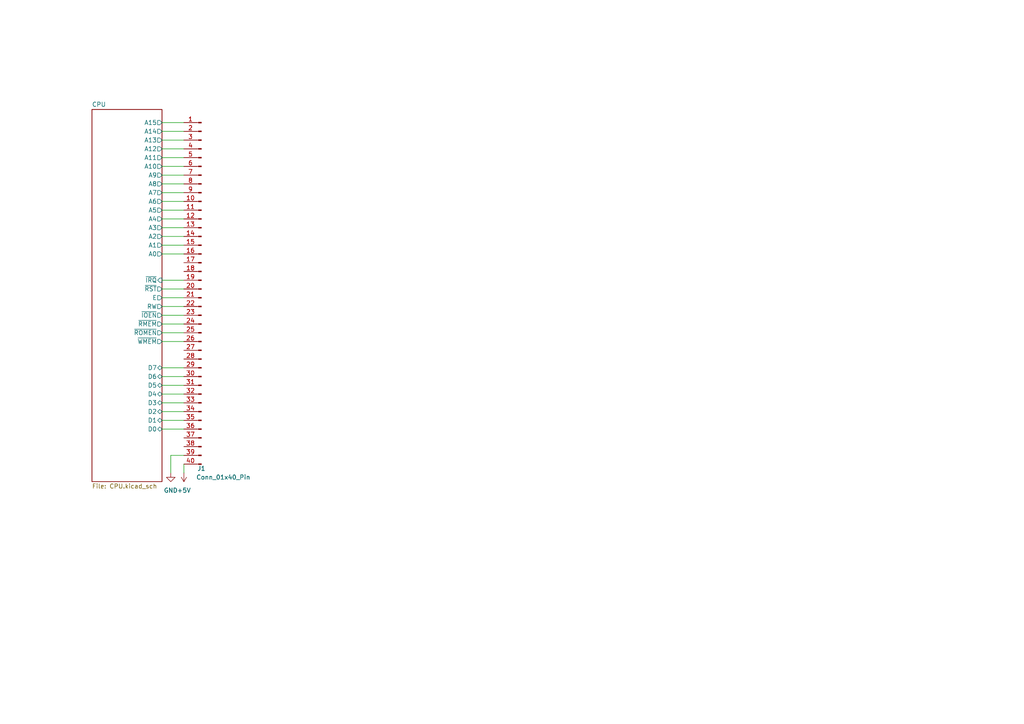
<source format=kicad_sch>
(kicad_sch (version 20230121) (generator eeschema)
  (paper "A4")
  (lib_symbols
    (symbol "Connector:Conn_01x40_Pin" (pin_names (offset 1.016) hide)
      (property "Reference" "J" (at 0 50.8 0))
      (property "Value" "Conn_01x40_Pin" (at 0 -53.34 0))
      (symbol "Conn_01x40_Pin_1_1"
        (polyline (pts (xy 1.27 -50.8) (xy 0.8636 -50.8)) (stroke (width 0.1524)))
        (polyline (pts (xy 1.27 -48.26) (xy 0.8636 -48.26)) (stroke (width 0.1524)))
        (polyline (pts (xy 1.27 -45.72) (xy 0.8636 -45.72)) (stroke (width 0.1524)))
        (polyline (pts (xy 1.27 -43.18) (xy 0.8636 -43.18)) (stroke (width 0.1524)))
        (polyline (pts (xy 1.27 -40.64) (xy 0.8636 -40.64)) (stroke (width 0.1524)))
        (polyline (pts (xy 1.27 -38.1) (xy 0.8636 -38.1)) (stroke (width 0.1524)))
        (polyline (pts (xy 1.27 -35.56) (xy 0.8636 -35.56)) (stroke (width 0.1524)))
        (polyline (pts (xy 1.27 -33.02) (xy 0.8636 -33.02)) (stroke (width 0.1524)))
        (polyline (pts (xy 1.27 -30.48) (xy 0.8636 -30.48)) (stroke (width 0.1524)))
        (polyline (pts (xy 1.27 -27.94) (xy 0.8636 -27.94)) (stroke (width 0.1524)))
        (polyline (pts (xy 1.27 -25.4) (xy 0.8636 -25.4)) (stroke (width 0.1524)))
        (polyline (pts (xy 1.27 -22.86) (xy 0.8636 -22.86)) (stroke (width 0.1524)))
        (polyline (pts (xy 1.27 -20.32) (xy 0.8636 -20.32)) (stroke (width 0.1524)))
        (polyline (pts (xy 1.27 -17.78) (xy 0.8636 -17.78)) (stroke (width 0.1524)))
        (polyline (pts (xy 1.27 -15.24) (xy 0.8636 -15.24)) (stroke (width 0.1524)))
        (polyline (pts (xy 1.27 -12.7) (xy 0.8636 -12.7)) (stroke (width 0.1524)))
        (polyline (pts (xy 1.27 -10.16) (xy 0.8636 -10.16)) (stroke (width 0.1524)))
        (polyline (pts (xy 1.27 -7.62) (xy 0.8636 -7.62)) (stroke (width 0.1524)))
        (polyline (pts (xy 1.27 -5.08) (xy 0.8636 -5.08)) (stroke (width 0.1524)))
        (polyline (pts (xy 1.27 -2.54) (xy 0.8636 -2.54)) (stroke (width 0.1524)))
        (polyline (pts (xy 1.27 0) (xy 0.8636 0)) (stroke (width 0.1524)))
        (polyline (pts (xy 1.27 2.54) (xy 0.8636 2.54)) (stroke (width 0.1524)))
        (polyline (pts (xy 1.27 5.08) (xy 0.8636 5.08)) (stroke (width 0.1524)))
        (polyline (pts (xy 1.27 7.62) (xy 0.8636 7.62)) (stroke (width 0.1524)))
        (polyline (pts (xy 1.27 10.16) (xy 0.8636 10.16)) (stroke (width 0.1524)))
        (polyline (pts (xy 1.27 12.7) (xy 0.8636 12.7)) (stroke (width 0.1524)))
        (polyline (pts (xy 1.27 15.24) (xy 0.8636 15.24)) (stroke (width 0.1524)))
        (polyline (pts (xy 1.27 17.78) (xy 0.8636 17.78)) (stroke (width 0.1524)))
        (polyline (pts (xy 1.27 20.32) (xy 0.8636 20.32)) (stroke (width 0.1524)))
        (polyline (pts (xy 1.27 22.86) (xy 0.8636 22.86)) (stroke (width 0.1524)))
        (polyline (pts (xy 1.27 25.4) (xy 0.8636 25.4)) (stroke (width 0.1524)))
        (polyline (pts (xy 1.27 27.94) (xy 0.8636 27.94)) (stroke (width 0.1524)))
        (polyline (pts (xy 1.27 30.48) (xy 0.8636 30.48)) (stroke (width 0.1524)))
        (polyline (pts (xy 1.27 33.02) (xy 0.8636 33.02)) (stroke (width 0.1524)))
        (polyline (pts (xy 1.27 35.56) (xy 0.8636 35.56)) (stroke (width 0.1524)))
        (polyline (pts (xy 1.27 38.1) (xy 0.8636 38.1)) (stroke (width 0.1524)))
        (polyline (pts (xy 1.27 40.64) (xy 0.8636 40.64)) (stroke (width 0.1524)))
        (polyline (pts (xy 1.27 43.18) (xy 0.8636 43.18)) (stroke (width 0.1524)))
        (polyline (pts (xy 1.27 45.72) (xy 0.8636 45.72)) (stroke (width 0.1524)))
        (polyline (pts (xy 1.27 48.26) (xy 0.8636 48.26)) (stroke (width 0.1524)))
        (rectangle (start 0.8636 -50.673) (end 0 -50.927) (stroke (width 0.1524)) (fill (type outline)))
        (rectangle (start 0.8636 -48.133) (end 0 -48.387) (stroke (width 0.1524)) (fill (type outline)))
        (rectangle (start 0.8636 -45.593) (end 0 -45.847) (stroke (width 0.1524)) (fill (type outline)))
        (rectangle (start 0.8636 -43.053) (end 0 -43.307) (stroke (width 0.1524)) (fill (type outline)))
        (rectangle (start 0.8636 -40.513) (end 0 -40.767) (stroke (width 0.1524)) (fill (type outline)))
        (rectangle (start 0.8636 -37.973) (end 0 -38.227) (stroke (width 0.1524)) (fill (type outline)))
        (rectangle (start 0.8636 -35.433) (end 0 -35.687) (stroke (width 0.1524)) (fill (type outline)))
        (rectangle (start 0.8636 -32.893) (end 0 -33.147) (stroke (width 0.1524)) (fill (type outline)))
        (rectangle (start 0.8636 -30.353) (end 0 -30.607) (stroke (width 0.1524)) (fill (type outline)))
        (rectangle (start 0.8636 -27.813) (end 0 -28.067) (stroke (width 0.1524)) (fill (type outline)))
        (rectangle (start 0.8636 -25.273) (end 0 -25.527) (stroke (width 0.1524)) (fill (type outline)))
        (rectangle (start 0.8636 -22.733) (end 0 -22.987) (stroke (width 0.1524)) (fill (type outline)))
        (rectangle (start 0.8636 -20.193) (end 0 -20.447) (stroke (width 0.1524)) (fill (type outline)))
        (rectangle (start 0.8636 -17.653) (end 0 -17.907) (stroke (width 0.1524)) (fill (type outline)))
        (rectangle (start 0.8636 -15.113) (end 0 -15.367) (stroke (width 0.1524)) (fill (type outline)))
        (rectangle (start 0.8636 -12.573) (end 0 -12.827) (stroke (width 0.1524)) (fill (type outline)))
        (rectangle (start 0.8636 -10.033) (end 0 -10.287) (stroke (width 0.1524)) (fill (type outline)))
        (rectangle (start 0.8636 -7.493) (end 0 -7.747) (stroke (width 0.1524)) (fill (type outline)))
        (rectangle (start 0.8636 -4.953) (end 0 -5.207) (stroke (width 0.1524)) (fill (type outline)))
        (rectangle (start 0.8636 -2.413) (end 0 -2.667) (stroke (width 0.1524)) (fill (type outline)))
        (rectangle (start 0.8636 0.127) (end 0 -0.127) (stroke (width 0.1524)) (fill (type outline)))
        (rectangle (start 0.8636 2.667) (end 0 2.413) (stroke (width 0.1524)) (fill (type outline)))
        (rectangle (start 0.8636 5.207) (end 0 4.953) (stroke (width 0.1524)) (fill (type outline)))
        (rectangle (start 0.8636 7.747) (end 0 7.493) (stroke (width 0.1524)) (fill (type outline)))
        (rectangle (start 0.8636 10.287) (end 0 10.033) (stroke (width 0.1524)) (fill (type outline)))
        (rectangle (start 0.8636 12.827) (end 0 12.573) (stroke (width 0.1524)) (fill (type outline)))
        (rectangle (start 0.8636 15.367) (end 0 15.113) (stroke (width 0.1524)) (fill (type outline)))
        (rectangle (start 0.8636 17.907) (end 0 17.653) (stroke (width 0.1524)) (fill (type outline)))
        (rectangle (start 0.8636 20.447) (end 0 20.193) (stroke (width 0.1524)) (fill (type outline)))
        (rectangle (start 0.8636 22.987) (end 0 22.733) (stroke (width 0.1524)) (fill (type outline)))
        (rectangle (start 0.8636 25.527) (end 0 25.273) (stroke (width 0.1524)) (fill (type outline)))
        (rectangle (start 0.8636 28.067) (end 0 27.813) (stroke (width 0.1524)) (fill (type outline)))
        (rectangle (start 0.8636 30.607) (end 0 30.353) (stroke (width 0.1524)) (fill (type outline)))
        (rectangle (start 0.8636 33.147) (end 0 32.893) (stroke (width 0.1524)) (fill (type outline)))
        (rectangle (start 0.8636 35.687) (end 0 35.433) (stroke (width 0.1524)) (fill (type outline)))
        (rectangle (start 0.8636 38.227) (end 0 37.973) (stroke (width 0.1524)) (fill (type outline)))
        (rectangle (start 0.8636 40.767) (end 0 40.513) (stroke (width 0.1524)) (fill (type outline)))
        (rectangle (start 0.8636 43.307) (end 0 43.053) (stroke (width 0.1524)) (fill (type outline)))
        (rectangle (start 0.8636 45.847) (end 0 45.593) (stroke (width 0.1524)) (fill (type outline)))
        (rectangle (start 0.8636 48.387) (end 0 48.133) (stroke (width 0.1524)) (fill (type outline)))
        (pin passive line (at 5.08 48.26 180) (length 3.81) (name "Pin_1") (number "1"))
        (pin passive line (at 5.08 25.4 180) (length 3.81) (name "Pin_10") (number "10"))
        (pin passive line (at 5.08 22.86 180) (length 3.81) (name "Pin_11") (number "11"))
        (pin passive line (at 5.08 20.32 180) (length 3.81) (name "Pin_12") (number "12"))
        (pin passive line (at 5.08 17.78 180) (length 3.81) (name "Pin_13") (number "13"))
        (pin passive line (at 5.08 15.24 180) (length 3.81) (name "Pin_14") (number "14"))
        (pin passive line (at 5.08 12.7 180) (length 3.81) (name "Pin_15") (number "15"))
        (pin passive line (at 5.08 10.16 180) (length 3.81) (name "Pin_16") (number "16"))
        (pin passive line (at 5.08 7.62 180) (length 3.81) (name "Pin_17") (number "17"))
        (pin passive line (at 5.08 5.08 180) (length 3.81) (name "Pin_18") (number "18"))
        (pin passive line (at 5.08 2.54 180) (length 3.81) (name "Pin_19") (number "19"))
        (pin passive line (at 5.08 45.72 180) (length 3.81) (name "Pin_2") (number "2"))
        (pin passive line (at 5.08 0 180) (length 3.81) (name "Pin_20") (number "20"))
        (pin passive line (at 5.08 -2.54 180) (length 3.81) (name "Pin_21") (number "21"))
        (pin passive line (at 5.08 -5.08 180) (length 3.81) (name "Pin_22") (number "22"))
        (pin passive line (at 5.08 -7.62 180) (length 3.81) (name "Pin_23") (number "23"))
        (pin passive line (at 5.08 -10.16 180) (length 3.81) (name "Pin_24") (number "24"))
        (pin passive line (at 5.08 -12.7 180) (length 3.81) (name "Pin_25") (number "25"))
        (pin passive line (at 5.08 -15.24 180) (length 3.81) (name "Pin_26") (number "26"))
        (pin passive line (at 5.08 -17.78 180) (length 3.81) (name "Pin_27") (number "27"))
        (pin passive line (at 5.08 -20.32 180) (length 3.81) (name "Pin_28") (number "28"))
        (pin passive line (at 5.08 -22.86 180) (length 3.81) (name "Pin_29") (number "29"))
        (pin passive line (at 5.08 43.18 180) (length 3.81) (name "Pin_3") (number "3"))
        (pin passive line (at 5.08 -25.4 180) (length 3.81) (name "Pin_30") (number "30"))
        (pin passive line (at 5.08 -27.94 180) (length 3.81) (name "Pin_31") (number "31"))
        (pin passive line (at 5.08 -30.48 180) (length 3.81) (name "Pin_32") (number "32"))
        (pin passive line (at 5.08 -33.02 180) (length 3.81) (name "Pin_33") (number "33"))
        (pin passive line (at 5.08 -35.56 180) (length 3.81) (name "Pin_34") (number "34"))
        (pin passive line (at 5.08 -38.1 180) (length 3.81) (name "Pin_35") (number "35"))
        (pin passive line (at 5.08 -40.64 180) (length 3.81) (name "Pin_36") (number "36"))
        (pin passive line (at 5.08 -43.18 180) (length 3.81) (name "Pin_37") (number "37"))
        (pin passive line (at 5.08 -45.72 180) (length 3.81) (name "Pin_38") (number "38"))
        (pin passive line (at 5.08 -48.26 180) (length 3.81) (name "Pin_39") (number "39"))
        (pin passive line (at 5.08 40.64 180) (length 3.81) (name "Pin_4") (number "4"))
        (pin passive line (at 5.08 -50.8 180) (length 3.81) (name "Pin_40") (number "40"))
        (pin passive line (at 5.08 38.1 180) (length 3.81) (name "Pin_5") (number "5"))
        (pin passive line (at 5.08 35.56 180) (length 3.81) (name "Pin_6") (number "6"))
        (pin passive line (at 5.08 33.02 180) (length 3.81) (name "Pin_7") (number "7"))
        (pin passive line (at 5.08 30.48 180) (length 3.81) (name "Pin_8") (number "8"))
        (pin passive line (at 5.08 27.94 180) (length 3.81) (name "Pin_9") (number "9"))
      )
    )
    (symbol "power:+5V" (power) (pin_names (offset 0))
      (property "Value" "+5V" (at 0 3.556 0))
      (symbol "+5V_0_1"
        (polyline (pts (xy -0.762 1.27) (xy 0 2.54)))
        (polyline (pts (xy 0 0) (xy 0 2.54)))
        (polyline (pts (xy 0 2.54) (xy 0.762 1.27)))
      )
      (symbol "+5V_1_1"
        (pin power_in line (at 0 0 90) (length 0) hide (name "+5V") (number "1"))
      )
    )
    (symbol "power:GND" (power) (pin_names (offset 0))
      (property "Value" "GND" (at 0 -3.81 0))
      (symbol "GND_0_1"
        (polyline (pts (xy 0 0) (xy 0 -1.27) (xy 1.27 -1.27) (xy 0 -2.54) (xy -1.27 -1.27) (xy 0 -1.27)))
      )
      (symbol "GND_1_1"
        (pin power_in line (at 0 0 270) (length 0) hide (name "GND") (number "1"))
      )
    )
  )
  (wire (pts (xy 46.99 81.28) (xy 53.34 81.28)))
  (wire (pts (xy 46.99 66.04) (xy 53.34 66.04)))
  (wire (pts (xy 46.99 43.18) (xy 53.34 43.18)))
  (wire (pts (xy 46.99 45.72) (xy 53.34 45.72)))
  (wire (pts (xy 46.99 63.5) (xy 53.34 63.5)))
  (wire (pts (xy 46.99 73.66) (xy 53.34 73.66)))
  (wire (pts (xy 46.99 40.64) (xy 53.34 40.64)))
  (wire (pts (xy 46.99 35.56) (xy 53.34 35.56)))
  (wire (pts (xy 49.53 132.08) (xy 53.34 132.08)))
  (wire (pts (xy 46.99 38.1) (xy 53.34 38.1)))
  (wire (pts (xy 46.99 109.22) (xy 53.34 109.22)))
  (wire (pts (xy 46.99 93.98) (xy 53.34 93.98)))
  (wire (pts (xy 46.99 71.12) (xy 53.34 71.12)))
  (wire (pts (xy 46.99 111.76) (xy 53.34 111.76)))
  (wire (pts (xy 46.99 106.68) (xy 53.34 106.68)))
  (wire (pts (xy 46.99 50.8) (xy 53.34 50.8)))
  (wire (pts (xy 46.99 53.34) (xy 53.34 53.34)))
  (wire (pts (xy 46.99 55.88) (xy 53.34 55.88)))
  (wire (pts (xy 46.99 68.58) (xy 53.34 68.58)))
  (wire (pts (xy 46.99 96.52) (xy 53.34 96.52)))
  (wire (pts (xy 46.99 119.38) (xy 53.34 119.38)))
  (wire (pts (xy 49.53 137.16) (xy 49.53 132.08)))
  (wire (pts (xy 46.99 60.96) (xy 53.34 60.96)))
  (wire (pts (xy 46.99 121.92) (xy 53.34 121.92)))
  (wire (pts (xy 46.99 86.36) (xy 53.34 86.36)))
  (wire (pts (xy 46.99 124.46) (xy 53.34 124.46)))
  (wire (pts (xy 53.34 134.62) (xy 53.34 137.16)))
  (wire (pts (xy 46.99 116.84) (xy 53.34 116.84)))
  (wire (pts (xy 46.99 91.44) (xy 53.34 91.44)))
  (wire (pts (xy 46.99 88.9) (xy 53.34 88.9)))
  (wire (pts (xy 46.99 48.26) (xy 53.34 48.26)))
  (wire (pts (xy 46.99 114.3) (xy 53.34 114.3)))
  (wire (pts (xy 46.99 58.42) (xy 53.34 58.42)))
  (wire (pts (xy 46.99 99.06) (xy 53.34 99.06)))
  (wire (pts (xy 46.99 83.82) (xy 53.34 83.82)))
  (symbol (lib_id "power:+5V") (at 53.34 137.16 180) (unit 1)
    (property "Reference" "#PWR02" (effects hide))
    (property "Value" "+5V" (at 53.34 142.24 0))
  )
  (symbol (lib_id "Connector:Conn_01x40_Pin") (at 58.42 83.82 0) (mirror y) (unit 1)
    (property "Reference" "J1" (at 58.42 135.89 0))
    (property "Value" "Conn_01x40_Pin" (at 64.77 138.43 0))
    (property "Footprint" "Connector_PinHeader_2.54mm:PinHeader_1x40_P2.54mm_Vertical" (effects hide))
  )
  (symbol (lib_id "power:GND") (at 49.53 137.16 0) (unit 1)
    (property "Reference" "#PWR01" (effects hide))
    (property "Value" "GND" (at 49.53 142.24 0))
  )
  (sheet (at 26.67 31.75) (size 20.32 107.95) (stroke (width 0.1524))
    (property "Sheetname" "CPU" (at 26.67 31.0384 0) (effects (justify left bottom)))
    (property "Sheetfile" "CPU.kicad_sch" (at 26.67 140.2846 0) (effects (justify left top)))
    (pin "~{IRQ}" input (at 46.99 81.28 0))
    (pin "D4" tri_state (at 46.99 114.3 0))
    (pin "D3" tri_state (at 46.99 116.84 0))
    (pin "D2" tri_state (at 46.99 119.38 0))
    (pin "D6" tri_state (at 46.99 109.22 0))
    (pin "D5" tri_state (at 46.99 111.76 0))
    (pin "D7" tri_state (at 46.99 106.68 0))
    (pin "D0" tri_state (at 46.99 124.46 0))
    (pin "D1" tri_state (at 46.99 121.92 0))
    (pin "~{WMEM}" output (at 46.99 99.06 0))
    (pin "~{ROMEN}" output (at 46.99 96.52 0))
    (pin "~{IOEN}" output (at 46.99 91.44 0))
    (pin "~{RMEM}" output (at 46.99 93.98 0))
    (pin "RW" output (at 46.99 88.9 0))
    (pin "E" output (at 46.99 86.36 0))
    (pin "~{RST}" output (at 46.99 83.82 0))
    (pin "A10" output (at 46.99 48.26 0))
    (pin "A8" output (at 46.99 53.34 0))
    (pin "A9" output (at 46.99 50.8 0))
    (pin "A11" output (at 46.99 45.72 0))
    (pin "A12" output (at 46.99 43.18 0))
    (pin "A13" output (at 46.99 40.64 0))
    (pin "A14" output (at 46.99 38.1 0))
    (pin "A15" output (at 46.99 35.56 0))
    (pin "A2" output (at 46.99 68.58 0))
    (pin "A3" output (at 46.99 66.04 0))
    (pin "A1" output (at 46.99 71.12 0))
    (pin "A0" output (at 46.99 73.66 0))
    (pin "A4" output (at 46.99 63.5 0))
    (pin "A5" output (at 46.99 60.96 0))
    (pin "A6" output (at 46.99 58.42 0))
    (pin "A7" output (at 46.99 55.88 0))
  )
)
</source>
